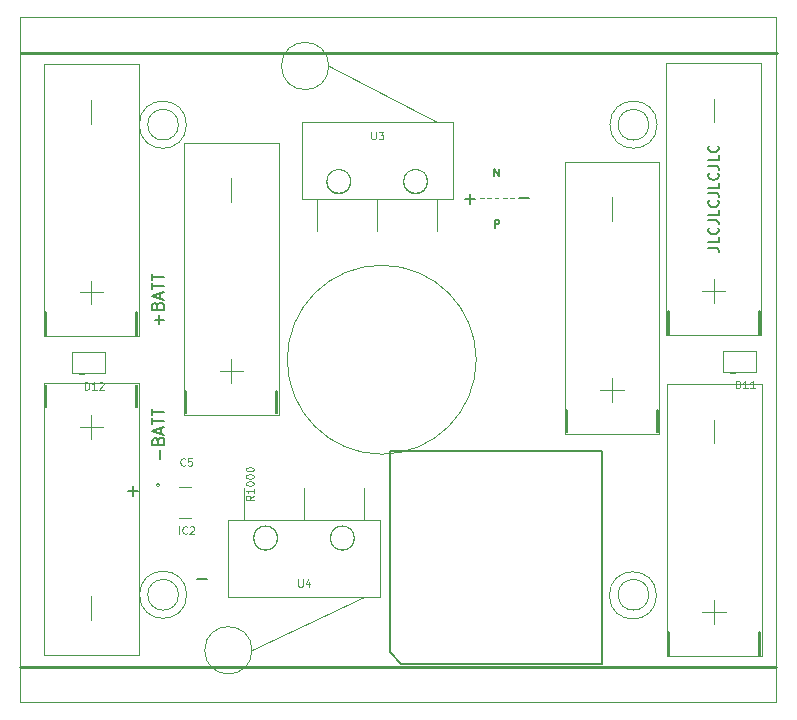
<source format=gbr>
%TF.GenerationSoftware,KiCad,Pcbnew,(5.1.5)-3*%
%TF.CreationDate,2020-08-29T16:52:29-07:00*%
%TF.ProjectId,ypanel,7970616e-656c-42e6-9b69-6361645f7063,rev?*%
%TF.SameCoordinates,Original*%
%TF.FileFunction,Legend,Top*%
%TF.FilePolarity,Positive*%
%FSLAX46Y46*%
G04 Gerber Fmt 4.6, Leading zero omitted, Abs format (unit mm)*
G04 Created by KiCad (PCBNEW (5.1.5)-3) date 2020-08-29 16:52:29*
%MOMM*%
%LPD*%
G04 APERTURE LIST*
%ADD10C,0.150000*%
%ADD11C,0.100000*%
%ADD12C,0.120000*%
%ADD13C,0.203200*%
%ADD14C,0.254000*%
%ADD15C,0.050000*%
%ADD16C,0.127000*%
%ADD17C,0.101600*%
%ADD18C,0.076200*%
G04 APERTURE END LIST*
D10*
X171211142Y-89501142D02*
X171854000Y-89501142D01*
X171982571Y-89544000D01*
X172068285Y-89629714D01*
X172111142Y-89758285D01*
X172111142Y-89844000D01*
X172111142Y-88644000D02*
X172111142Y-89072571D01*
X171211142Y-89072571D01*
X172025428Y-87829714D02*
X172068285Y-87872571D01*
X172111142Y-88001142D01*
X172111142Y-88086857D01*
X172068285Y-88215428D01*
X171982571Y-88301142D01*
X171896857Y-88344000D01*
X171725428Y-88386857D01*
X171596857Y-88386857D01*
X171425428Y-88344000D01*
X171339714Y-88301142D01*
X171254000Y-88215428D01*
X171211142Y-88086857D01*
X171211142Y-88001142D01*
X171254000Y-87872571D01*
X171296857Y-87829714D01*
X171211142Y-87186857D02*
X171854000Y-87186857D01*
X171982571Y-87229714D01*
X172068285Y-87315428D01*
X172111142Y-87444000D01*
X172111142Y-87529714D01*
X172111142Y-86329714D02*
X172111142Y-86758285D01*
X171211142Y-86758285D01*
X172025428Y-85515428D02*
X172068285Y-85558285D01*
X172111142Y-85686857D01*
X172111142Y-85772571D01*
X172068285Y-85901142D01*
X171982571Y-85986857D01*
X171896857Y-86029714D01*
X171725428Y-86072571D01*
X171596857Y-86072571D01*
X171425428Y-86029714D01*
X171339714Y-85986857D01*
X171254000Y-85901142D01*
X171211142Y-85772571D01*
X171211142Y-85686857D01*
X171254000Y-85558285D01*
X171296857Y-85515428D01*
X171211142Y-84872571D02*
X171854000Y-84872571D01*
X171982571Y-84915428D01*
X172068285Y-85001142D01*
X172111142Y-85129714D01*
X172111142Y-85215428D01*
X172111142Y-84015428D02*
X172111142Y-84444000D01*
X171211142Y-84444000D01*
X172025428Y-83201142D02*
X172068285Y-83244000D01*
X172111142Y-83372571D01*
X172111142Y-83458285D01*
X172068285Y-83586857D01*
X171982571Y-83672571D01*
X171896857Y-83715428D01*
X171725428Y-83758285D01*
X171596857Y-83758285D01*
X171425428Y-83715428D01*
X171339714Y-83672571D01*
X171254000Y-83586857D01*
X171211142Y-83458285D01*
X171211142Y-83372571D01*
X171254000Y-83244000D01*
X171296857Y-83201142D01*
X171211142Y-82558285D02*
X171854000Y-82558285D01*
X171982571Y-82601142D01*
X172068285Y-82686857D01*
X172111142Y-82815428D01*
X172111142Y-82901142D01*
X172111142Y-81701142D02*
X172111142Y-82129714D01*
X171211142Y-82129714D01*
X172025428Y-80886857D02*
X172068285Y-80929714D01*
X172111142Y-81058285D01*
X172111142Y-81144000D01*
X172068285Y-81272571D01*
X171982571Y-81358285D01*
X171896857Y-81401142D01*
X171725428Y-81444000D01*
X171596857Y-81444000D01*
X171425428Y-81401142D01*
X171339714Y-81358285D01*
X171254000Y-81272571D01*
X171211142Y-81144000D01*
X171211142Y-81058285D01*
X171254000Y-80929714D01*
X171296857Y-80886857D01*
D11*
X166850000Y-118950000D02*
G75*
G03X166850000Y-118950000I-2000000J0D01*
G01*
X166900000Y-79100000D02*
G75*
G03X166900000Y-79100000I-2000000J0D01*
G01*
D12*
X144800000Y-125050000D02*
X162800000Y-125050000D01*
X127050000Y-79100000D02*
G75*
G03X127050000Y-79100000I-2000000J0D01*
G01*
D11*
X127075000Y-118900000D02*
G75*
G03X127075000Y-118900000I-2000000J0D01*
G01*
X151587000Y-99000001D02*
G75*
G03X151587000Y-99000001I-8000000J0D01*
G01*
X134779564Y-114100000D02*
G75*
G03X134779564Y-114100000I-1029564J0D01*
G01*
X141279564Y-114100000D02*
G75*
G03X141279564Y-114100000I-1029564J0D01*
G01*
X126375000Y-118900000D02*
G75*
G03X126375000Y-118900000I-1300000J0D01*
G01*
X140979564Y-83920436D02*
G75*
G03X140979564Y-83920436I-1029564J0D01*
G01*
X147479564Y-83920436D02*
G75*
G03X147479564Y-83920436I-1029564J0D01*
G01*
X176975000Y-70000000D02*
X176975000Y-128000000D01*
D13*
X127914571Y-117531242D02*
X128785428Y-117531242D01*
X122114571Y-110131642D02*
X122985428Y-110131642D01*
X122550000Y-110567071D02*
X122550000Y-109696214D01*
D10*
X124785428Y-107430628D02*
X124785428Y-106668723D01*
X124642571Y-105859200D02*
X124690190Y-105716342D01*
X124737809Y-105668723D01*
X124833047Y-105621104D01*
X124975904Y-105621104D01*
X125071142Y-105668723D01*
X125118761Y-105716342D01*
X125166380Y-105811580D01*
X125166380Y-106192533D01*
X124166380Y-106192533D01*
X124166380Y-105859200D01*
X124214000Y-105763961D01*
X124261619Y-105716342D01*
X124356857Y-105668723D01*
X124452095Y-105668723D01*
X124547333Y-105716342D01*
X124594952Y-105763961D01*
X124642571Y-105859200D01*
X124642571Y-106192533D01*
X124880666Y-105240152D02*
X124880666Y-104763961D01*
X125166380Y-105335390D02*
X124166380Y-105002057D01*
X125166380Y-104668723D01*
X124166380Y-104478247D02*
X124166380Y-103906819D01*
X125166380Y-104192533D02*
X124166380Y-104192533D01*
X124166380Y-103716342D02*
X124166380Y-103144914D01*
X125166380Y-103430628D02*
X124166380Y-103430628D01*
X124734628Y-96000628D02*
X124734628Y-95238723D01*
X125115580Y-95619676D02*
X124353676Y-95619676D01*
X124591771Y-94429200D02*
X124639390Y-94286342D01*
X124687009Y-94238723D01*
X124782247Y-94191104D01*
X124925104Y-94191104D01*
X125020342Y-94238723D01*
X125067961Y-94286342D01*
X125115580Y-94381580D01*
X125115580Y-94762533D01*
X124115580Y-94762533D01*
X124115580Y-94429200D01*
X124163200Y-94333961D01*
X124210819Y-94286342D01*
X124306057Y-94238723D01*
X124401295Y-94238723D01*
X124496533Y-94286342D01*
X124544152Y-94333961D01*
X124591771Y-94429200D01*
X124591771Y-94762533D01*
X124829866Y-93810152D02*
X124829866Y-93333961D01*
X125115580Y-93905390D02*
X124115580Y-93572057D01*
X125115580Y-93238723D01*
X124115580Y-93048247D02*
X124115580Y-92476819D01*
X125115580Y-92762533D02*
X124115580Y-92762533D01*
X124115580Y-92286342D02*
X124115580Y-91714914D01*
X125115580Y-92000628D02*
X124115580Y-92000628D01*
D14*
X113030000Y-72999600D02*
X177017200Y-72999600D01*
X113000000Y-125000000D02*
X176987200Y-125000000D01*
D11*
X166200000Y-118900000D02*
G75*
G03X166200000Y-118900000I-1300000J0D01*
G01*
D15*
X126372800Y-79100000D02*
G75*
G03X126372800Y-79100000I-1300000J0D01*
G01*
D11*
X166195000Y-79102480D02*
G75*
G03X166195000Y-79102480I-1300000J0D01*
G01*
X176975000Y-70000000D02*
X113000000Y-70000000D01*
X113000000Y-128000000D02*
X176975000Y-128000000D01*
X113000000Y-70000000D02*
X113000000Y-128000000D01*
D13*
X155214571Y-85331642D02*
X156085428Y-85331642D01*
D16*
X153147290Y-87816461D02*
X153147290Y-87181461D01*
X153389195Y-87181461D01*
X153449671Y-87211700D01*
X153479909Y-87241938D01*
X153510147Y-87302414D01*
X153510147Y-87393128D01*
X153479909Y-87453604D01*
X153449671Y-87483842D01*
X153389195Y-87514080D01*
X153147290Y-87514080D01*
X153481428Y-82812738D02*
X153481428Y-83447738D01*
X153118571Y-82812738D01*
X153118571Y-83447738D01*
D13*
X150617571Y-85413742D02*
X151488428Y-85413742D01*
X151053000Y-85849171D02*
X151053000Y-84978314D01*
D12*
X152259500Y-85332100D02*
X151942000Y-85332100D01*
X153466000Y-85332100D02*
X153148500Y-85332100D01*
X152513500Y-85332100D02*
X152831000Y-85332100D01*
X153847000Y-85332100D02*
X154164500Y-85332100D01*
X154799500Y-85332100D02*
X154482000Y-85332100D01*
D10*
X162250000Y-106750000D02*
X162250000Y-124750000D01*
X144250000Y-106750000D02*
X162250000Y-106750000D01*
X144250000Y-123750000D02*
X144250000Y-106750000D01*
X145250000Y-124750000D02*
X144250000Y-123750000D01*
X162250000Y-124750000D02*
X145250000Y-124750000D01*
D12*
X117945000Y-100250500D02*
X118345000Y-100250500D01*
X117345000Y-98350500D02*
X120145000Y-98350500D01*
X117345000Y-100150500D02*
X117345000Y-98350500D01*
X120145000Y-100150500D02*
X117345000Y-100150500D01*
X120145000Y-98350500D02*
X120145000Y-100150500D01*
X173063000Y-100123500D02*
X173463000Y-100123500D01*
X172463000Y-98223500D02*
X175263000Y-98223500D01*
X172463000Y-100023500D02*
X172463000Y-98223500D01*
X175263000Y-100023500D02*
X172463000Y-100023500D01*
X175263000Y-98223500D02*
X175263000Y-100023500D01*
D13*
X159198480Y-103250000D02*
X159198480Y-105150000D01*
X159198480Y-103250000D02*
X159298480Y-103250000D01*
X159298480Y-103250000D02*
X159298480Y-105150000D01*
X166898480Y-103250000D02*
X166998480Y-103250000D01*
X166998480Y-103250000D02*
X166998480Y-105150000D01*
X166898480Y-103250000D02*
X166898480Y-105150000D01*
D12*
X163098480Y-87250000D02*
X163098480Y-85250000D01*
X163098480Y-102550000D02*
X163098480Y-100550000D01*
X162098480Y-101550000D02*
X164098480Y-101550000D01*
X167098480Y-105250000D02*
X159098480Y-105250000D01*
X167098480Y-82250000D02*
X167098480Y-105250000D01*
X159098480Y-82250000D02*
X167098480Y-82250000D01*
X159098480Y-105250000D02*
X159098480Y-82250000D01*
X142100000Y-109900000D02*
X142100000Y-112500000D01*
X137000000Y-109900000D02*
X137000000Y-112500000D01*
X131900000Y-109900000D02*
X131900000Y-112500000D01*
X143400000Y-119100000D02*
X130600000Y-119100000D01*
X130600000Y-112600000D02*
X130600000Y-119100000D01*
X130600000Y-112600000D02*
X143400000Y-112600000D01*
X143400000Y-119100000D02*
X143400000Y-112600000D01*
X134750000Y-114100000D02*
G75*
G03X134750000Y-114100000I-1000000J0D01*
G01*
X141250000Y-114100000D02*
G75*
G03X141250000Y-114100000I-1000000J0D01*
G01*
X132600000Y-123600000D02*
G75*
G03X132600000Y-123600000I-2000000J0D01*
G01*
X142080000Y-119100000D02*
X132600000Y-123600000D01*
X138100000Y-88100000D02*
X138100000Y-85500000D01*
X143200000Y-88100000D02*
X143200000Y-85500000D01*
X148300000Y-88100000D02*
X148300000Y-85500000D01*
X136800000Y-78900000D02*
X149600000Y-78900000D01*
X149600000Y-85400000D02*
X149600000Y-78900000D01*
X149600000Y-85400000D02*
X136800000Y-85400000D01*
X136800000Y-78900000D02*
X136800000Y-85400000D01*
X147450000Y-83900000D02*
G75*
G03X147450000Y-83900000I-1000000J0D01*
G01*
X140950000Y-83900000D02*
G75*
G03X140950000Y-83900000I-1000000J0D01*
G01*
X139100000Y-74130000D02*
G75*
G03X139100000Y-74130000I-2000000J0D01*
G01*
X139100000Y-74130000D02*
X148280000Y-78900000D01*
D17*
X124604600Y-109598700D02*
G75*
G02X124704600Y-109598700I50000J0D01*
G01*
X124704600Y-109598700D02*
G75*
G02X124604600Y-109598700I-50000J0D01*
G01*
D11*
X124504600Y-109598700D02*
G75*
G02X124804600Y-109598700I150000J0D01*
G01*
X124804600Y-109598700D02*
G75*
G02X124504600Y-109598700I-150000J0D01*
G01*
X126404600Y-112398700D02*
X127404600Y-112405700D01*
X126404600Y-109798700D02*
X127404600Y-109795700D01*
D13*
X115100000Y-95000000D02*
X115100000Y-96900000D01*
X115100000Y-95000000D02*
X115200000Y-95000000D01*
X115200000Y-95000000D02*
X115200000Y-96900000D01*
X122800000Y-95000000D02*
X122900000Y-95000000D01*
X122900000Y-95000000D02*
X122900000Y-96900000D01*
X122800000Y-95000000D02*
X122800000Y-96900000D01*
D12*
X119000000Y-79000000D02*
X119000000Y-77000000D01*
X119000000Y-94300000D02*
X119000000Y-92300000D01*
X118000000Y-93300000D02*
X120000000Y-93300000D01*
X123000000Y-97000000D02*
X115000000Y-97000000D01*
X123000000Y-74000000D02*
X123000000Y-97000000D01*
X115000000Y-74000000D02*
X123000000Y-74000000D01*
X115000000Y-97000000D02*
X115000000Y-74000000D01*
D13*
X167842100Y-122063000D02*
X167842100Y-123963000D01*
X167842100Y-122063000D02*
X167942100Y-122063000D01*
X167942100Y-122063000D02*
X167942100Y-123963000D01*
X175542100Y-122063000D02*
X175642100Y-122063000D01*
X175642100Y-122063000D02*
X175642100Y-123963000D01*
X175542100Y-122063000D02*
X175542100Y-123963000D01*
D12*
X171742100Y-106063000D02*
X171742100Y-104063000D01*
X171742100Y-121363000D02*
X171742100Y-119363000D01*
X170742100Y-120363000D02*
X172742100Y-120363000D01*
X175742100Y-124063000D02*
X167742100Y-124063000D01*
X175742100Y-101063000D02*
X175742100Y-124063000D01*
X167742100Y-101063000D02*
X175742100Y-101063000D01*
X167742100Y-124063000D02*
X167742100Y-101063000D01*
D13*
X126950000Y-101650000D02*
X126950000Y-103550000D01*
X126950000Y-101650000D02*
X127050000Y-101650000D01*
X127050000Y-101650000D02*
X127050000Y-103550000D01*
X134650000Y-101650000D02*
X134750000Y-101650000D01*
X134750000Y-101650000D02*
X134750000Y-103550000D01*
X134650000Y-101650000D02*
X134650000Y-103550000D01*
D12*
X130850000Y-85650000D02*
X130850000Y-83650000D01*
X130850000Y-100950000D02*
X130850000Y-98950000D01*
X129850000Y-99950000D02*
X131850000Y-99950000D01*
X134850000Y-103650000D02*
X126850000Y-103650000D01*
X134850000Y-80650000D02*
X134850000Y-103650000D01*
X126850000Y-80650000D02*
X134850000Y-80650000D01*
X126850000Y-103650000D02*
X126850000Y-80650000D01*
D13*
X122900000Y-103000000D02*
X122900000Y-101100000D01*
X122900000Y-103000000D02*
X122800000Y-103000000D01*
X122800000Y-103000000D02*
X122800000Y-101100000D01*
X115200000Y-103000000D02*
X115100000Y-103000000D01*
X115100000Y-103000000D02*
X115100000Y-101100000D01*
X115200000Y-103000000D02*
X115200000Y-101100000D01*
D12*
X119000000Y-119000000D02*
X119000000Y-121000000D01*
X119000000Y-103700000D02*
X119000000Y-105700000D01*
X120000000Y-104700000D02*
X118000000Y-104700000D01*
X115000000Y-101000000D02*
X123000000Y-101000000D01*
X115000000Y-124000000D02*
X115000000Y-101000000D01*
X123000000Y-124000000D02*
X115000000Y-124000000D01*
X123000000Y-101000000D02*
X123000000Y-124000000D01*
D13*
X167786220Y-94890080D02*
X167786220Y-96790080D01*
X167786220Y-94890080D02*
X167886220Y-94890080D01*
X167886220Y-94890080D02*
X167886220Y-96790080D01*
X175486220Y-94890080D02*
X175586220Y-94890080D01*
X175586220Y-94890080D02*
X175586220Y-96790080D01*
X175486220Y-94890080D02*
X175486220Y-96790080D01*
D12*
X171686220Y-78890080D02*
X171686220Y-76890080D01*
X171686220Y-94190080D02*
X171686220Y-92190080D01*
X170686220Y-93190080D02*
X172686220Y-93190080D01*
X175686220Y-96890080D02*
X167686220Y-96890080D01*
X175686220Y-73890080D02*
X175686220Y-96890080D01*
X167686220Y-73890080D02*
X175686220Y-73890080D01*
X167686220Y-96890080D02*
X167686220Y-73890080D01*
D18*
X118473928Y-101537761D02*
X118473928Y-100902761D01*
X118625119Y-100902761D01*
X118715833Y-100933000D01*
X118776309Y-100993476D01*
X118806547Y-101053952D01*
X118836785Y-101174904D01*
X118836785Y-101265619D01*
X118806547Y-101386571D01*
X118776309Y-101447047D01*
X118715833Y-101507523D01*
X118625119Y-101537761D01*
X118473928Y-101537761D01*
X119441547Y-101537761D02*
X119078690Y-101537761D01*
X119260119Y-101537761D02*
X119260119Y-100902761D01*
X119199642Y-100993476D01*
X119139166Y-101053952D01*
X119078690Y-101084190D01*
X119683452Y-100963238D02*
X119713690Y-100933000D01*
X119774166Y-100902761D01*
X119925357Y-100902761D01*
X119985833Y-100933000D01*
X120016071Y-100963238D01*
X120046309Y-101023714D01*
X120046309Y-101084190D01*
X120016071Y-101174904D01*
X119653214Y-101537761D01*
X120046309Y-101537761D01*
X173591928Y-101410761D02*
X173591928Y-100775761D01*
X173743119Y-100775761D01*
X173833833Y-100806000D01*
X173894309Y-100866476D01*
X173924547Y-100926952D01*
X173954785Y-101047904D01*
X173954785Y-101138619D01*
X173924547Y-101259571D01*
X173894309Y-101320047D01*
X173833833Y-101380523D01*
X173743119Y-101410761D01*
X173591928Y-101410761D01*
X174559547Y-101410761D02*
X174196690Y-101410761D01*
X174378119Y-101410761D02*
X174378119Y-100775761D01*
X174317642Y-100866476D01*
X174257166Y-100926952D01*
X174196690Y-100957190D01*
X175164309Y-101410761D02*
X174801452Y-101410761D01*
X174982880Y-101410761D02*
X174982880Y-100775761D01*
X174922404Y-100866476D01*
X174861928Y-100926952D01*
X174801452Y-100957190D01*
X136516190Y-117602261D02*
X136516190Y-118116309D01*
X136546428Y-118176785D01*
X136576666Y-118207023D01*
X136637142Y-118237261D01*
X136758095Y-118237261D01*
X136818571Y-118207023D01*
X136848809Y-118176785D01*
X136879047Y-118116309D01*
X136879047Y-117602261D01*
X137453571Y-117813928D02*
X137453571Y-118237261D01*
X137302380Y-117572023D02*
X137151190Y-118025595D01*
X137544285Y-118025595D01*
X142716190Y-79702261D02*
X142716190Y-80216309D01*
X142746428Y-80276785D01*
X142776666Y-80307023D01*
X142837142Y-80337261D01*
X142958095Y-80337261D01*
X143018571Y-80307023D01*
X143048809Y-80276785D01*
X143079047Y-80216309D01*
X143079047Y-79702261D01*
X143320952Y-79702261D02*
X143714047Y-79702261D01*
X143502380Y-79944166D01*
X143593095Y-79944166D01*
X143653571Y-79974404D01*
X143683809Y-80004642D01*
X143714047Y-80065119D01*
X143714047Y-80216309D01*
X143683809Y-80276785D01*
X143653571Y-80307023D01*
X143593095Y-80337261D01*
X143411666Y-80337261D01*
X143351190Y-80307023D01*
X143320952Y-80276785D01*
X126430119Y-113737261D02*
X126430119Y-113102261D01*
X127095357Y-113676785D02*
X127065119Y-113707023D01*
X126974404Y-113737261D01*
X126913928Y-113737261D01*
X126823214Y-113707023D01*
X126762738Y-113646547D01*
X126732500Y-113586071D01*
X126702261Y-113465119D01*
X126702261Y-113374404D01*
X126732500Y-113253452D01*
X126762738Y-113192976D01*
X126823214Y-113132500D01*
X126913928Y-113102261D01*
X126974404Y-113102261D01*
X127065119Y-113132500D01*
X127095357Y-113162738D01*
X127337261Y-113162738D02*
X127367500Y-113132500D01*
X127427976Y-113102261D01*
X127579166Y-113102261D01*
X127639642Y-113132500D01*
X127669880Y-113162738D01*
X127700119Y-113223214D01*
X127700119Y-113283690D01*
X127669880Y-113374404D01*
X127307023Y-113737261D01*
X127700119Y-113737261D01*
X132737261Y-110516976D02*
X132434880Y-110728642D01*
X132737261Y-110879833D02*
X132102261Y-110879833D01*
X132102261Y-110637928D01*
X132132500Y-110577452D01*
X132162738Y-110547214D01*
X132223214Y-110516976D01*
X132313928Y-110516976D01*
X132374404Y-110547214D01*
X132404642Y-110577452D01*
X132434880Y-110637928D01*
X132434880Y-110879833D01*
X132737261Y-109912214D02*
X132737261Y-110275071D01*
X132737261Y-110093642D02*
X132102261Y-110093642D01*
X132192976Y-110154119D01*
X132253452Y-110214595D01*
X132283690Y-110275071D01*
X132102261Y-109519119D02*
X132102261Y-109458642D01*
X132132500Y-109398166D01*
X132162738Y-109367928D01*
X132223214Y-109337690D01*
X132344166Y-109307452D01*
X132495357Y-109307452D01*
X132616309Y-109337690D01*
X132676785Y-109367928D01*
X132707023Y-109398166D01*
X132737261Y-109458642D01*
X132737261Y-109519119D01*
X132707023Y-109579595D01*
X132676785Y-109609833D01*
X132616309Y-109640071D01*
X132495357Y-109670309D01*
X132344166Y-109670309D01*
X132223214Y-109640071D01*
X132162738Y-109609833D01*
X132132500Y-109579595D01*
X132102261Y-109519119D01*
X132102261Y-108914357D02*
X132102261Y-108853880D01*
X132132500Y-108793404D01*
X132162738Y-108763166D01*
X132223214Y-108732928D01*
X132344166Y-108702690D01*
X132495357Y-108702690D01*
X132616309Y-108732928D01*
X132676785Y-108763166D01*
X132707023Y-108793404D01*
X132737261Y-108853880D01*
X132737261Y-108914357D01*
X132707023Y-108974833D01*
X132676785Y-109005071D01*
X132616309Y-109035309D01*
X132495357Y-109065547D01*
X132344166Y-109065547D01*
X132223214Y-109035309D01*
X132162738Y-109005071D01*
X132132500Y-108974833D01*
X132102261Y-108914357D01*
X132102261Y-108309595D02*
X132102261Y-108249119D01*
X132132500Y-108188642D01*
X132162738Y-108158404D01*
X132223214Y-108128166D01*
X132344166Y-108097928D01*
X132495357Y-108097928D01*
X132616309Y-108128166D01*
X132676785Y-108158404D01*
X132707023Y-108188642D01*
X132737261Y-108249119D01*
X132737261Y-108309595D01*
X132707023Y-108370071D01*
X132676785Y-108400309D01*
X132616309Y-108430547D01*
X132495357Y-108460785D01*
X132344166Y-108460785D01*
X132223214Y-108430547D01*
X132162738Y-108400309D01*
X132132500Y-108370071D01*
X132102261Y-108309595D01*
X126925766Y-107909185D02*
X126895528Y-107939423D01*
X126804814Y-107969661D01*
X126744338Y-107969661D01*
X126653623Y-107939423D01*
X126593147Y-107878947D01*
X126562909Y-107818471D01*
X126532671Y-107697519D01*
X126532671Y-107606804D01*
X126562909Y-107485852D01*
X126593147Y-107425376D01*
X126653623Y-107364900D01*
X126744338Y-107334661D01*
X126804814Y-107334661D01*
X126895528Y-107364900D01*
X126925766Y-107395138D01*
X127500290Y-107334661D02*
X127197909Y-107334661D01*
X127167671Y-107637042D01*
X127197909Y-107606804D01*
X127258385Y-107576566D01*
X127409576Y-107576566D01*
X127470052Y-107606804D01*
X127500290Y-107637042D01*
X127530528Y-107697519D01*
X127530528Y-107848709D01*
X127500290Y-107909185D01*
X127470052Y-107939423D01*
X127409576Y-107969661D01*
X127258385Y-107969661D01*
X127197909Y-107939423D01*
X127167671Y-107909185D01*
M02*

</source>
